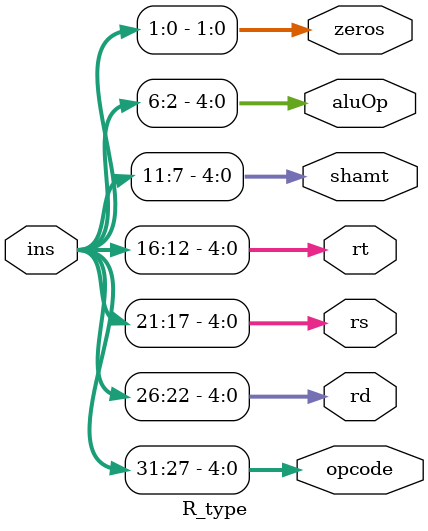
<source format=v>
module R_type(
    output [4:0] opcode,
    output [4:0] rd,
    output [4:0] rs,
    output [4:0] rt,
    output [4:0] shamt,
    output [4:0] aluOp,
    output [1:0] zeros,
    input [31:0] ins
    );

    assign opcode = ins[31:27];
    assign rd = ins[26:22];
    assign rs = ins[21:17];
    assign rt = ins[16:12];
    assign shamt = ins[11:7];
    assign aluOp = ins[6:2];
    assign zeros = ins[1:0];

endmodule

</source>
